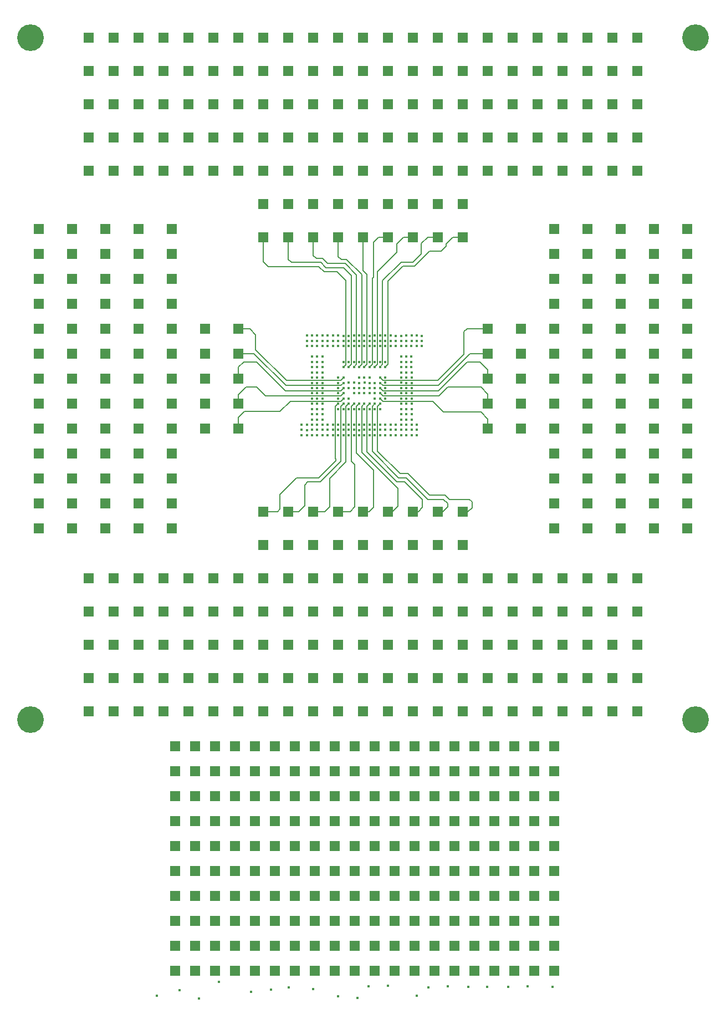
<source format=gbr>
G04 (created by PCBNEW (2012-oct-18)-testing) date Mon 18 Feb 2013 10:37:03 UTC*
%MOIN*%
G04 Gerber Fmt 3.4, Leading zero omitted, Abs format*
%FSLAX34Y34*%
G01*
G70*
G90*
G04 APERTURE LIST*
%ADD10C,0.006*%
%ADD11R,0.06X0.06*%
%ADD12C,0.16*%
%ADD13C,0.0145*%
%ADD14C,0.008*%
G04 APERTURE END LIST*
G54D10*
G54D11*
X109500Y-45200D03*
X109500Y-37700D03*
X109500Y-39200D03*
X109500Y-42200D03*
X109500Y-43700D03*
X109500Y-46700D03*
X107500Y-37700D03*
X107500Y-39200D03*
X107500Y-42200D03*
X107500Y-43700D03*
X107500Y-45200D03*
X107500Y-46700D03*
X101500Y-49700D03*
X101500Y-37700D03*
X101500Y-39200D03*
X101500Y-42200D03*
X101500Y-43700D03*
X101500Y-45200D03*
X101500Y-46700D03*
X137500Y-66700D03*
X137500Y-64700D03*
X137500Y-62700D03*
X137500Y-60700D03*
X137500Y-58700D03*
X136000Y-66700D03*
X136000Y-64700D03*
X136000Y-62700D03*
X136000Y-60700D03*
X105500Y-37700D03*
X105500Y-39200D03*
X105500Y-42200D03*
X105500Y-43700D03*
X105500Y-45200D03*
X105500Y-46700D03*
X103500Y-37700D03*
X103500Y-39200D03*
X103500Y-42200D03*
X103500Y-43700D03*
X103500Y-45200D03*
X103500Y-46700D03*
X136000Y-58700D03*
X115000Y-34200D03*
X122500Y-30200D03*
X121000Y-34200D03*
X121000Y-32200D03*
X121000Y-30200D03*
X119500Y-34200D03*
X119500Y-32200D03*
X119500Y-30200D03*
X118000Y-34200D03*
X118000Y-32200D03*
X118000Y-30200D03*
X116500Y-34200D03*
X116500Y-32200D03*
X116500Y-30200D03*
X122500Y-32200D03*
X115000Y-32200D03*
X115000Y-30200D03*
X113500Y-34200D03*
X113500Y-32200D03*
X113500Y-30200D03*
X112000Y-34200D03*
X112000Y-32200D03*
X112000Y-30200D03*
X110500Y-34200D03*
X110500Y-32200D03*
X110500Y-30200D03*
X109000Y-34200D03*
X109000Y-32200D03*
X128500Y-34200D03*
X136000Y-30200D03*
X134500Y-34200D03*
X134500Y-32200D03*
X134500Y-30200D03*
X133000Y-34200D03*
X133000Y-32200D03*
X133000Y-30200D03*
X131500Y-34200D03*
X131500Y-32200D03*
X131500Y-30200D03*
X130000Y-34200D03*
X130000Y-32200D03*
X130000Y-30200D03*
X109000Y-30200D03*
X128500Y-32200D03*
X128500Y-30200D03*
X127000Y-34200D03*
X127000Y-32200D03*
X127000Y-30200D03*
X125500Y-34200D03*
X125500Y-32200D03*
X125500Y-30200D03*
X124000Y-34200D03*
X124000Y-32200D03*
X124000Y-30200D03*
X122500Y-34200D03*
X125500Y-26200D03*
X110500Y-28200D03*
X109000Y-28200D03*
X107500Y-28200D03*
X106000Y-28200D03*
X104500Y-28200D03*
X137500Y-26200D03*
X136000Y-26200D03*
X134500Y-26200D03*
X133000Y-26200D03*
X131500Y-26200D03*
X130000Y-26200D03*
X127000Y-26200D03*
X128500Y-26200D03*
X112000Y-28200D03*
X124000Y-26200D03*
X122500Y-26200D03*
X121000Y-26200D03*
X119500Y-26200D03*
X116500Y-26200D03*
X118000Y-26200D03*
X115000Y-26200D03*
X113500Y-26200D03*
X112000Y-26200D03*
X110500Y-26200D03*
X109000Y-26200D03*
X106000Y-26200D03*
X107500Y-26200D03*
X131500Y-28200D03*
X107500Y-34200D03*
X107500Y-32200D03*
X107500Y-30200D03*
X106000Y-34200D03*
X106000Y-32200D03*
X106000Y-30200D03*
X104500Y-34200D03*
X104500Y-32200D03*
X104500Y-30200D03*
X137500Y-28200D03*
X136000Y-28200D03*
X134500Y-28200D03*
X133000Y-28200D03*
X136000Y-32200D03*
X130000Y-28200D03*
X128500Y-28200D03*
X127000Y-28200D03*
X125500Y-28200D03*
X124000Y-28200D03*
X122500Y-28200D03*
X121000Y-28200D03*
X119500Y-28200D03*
X118000Y-28200D03*
X116500Y-28200D03*
X115000Y-28200D03*
X113500Y-28200D03*
X122500Y-66700D03*
X127000Y-62700D03*
X127000Y-60700D03*
X127000Y-58700D03*
X125500Y-66700D03*
X125500Y-64700D03*
X125500Y-62700D03*
X125500Y-60700D03*
X125500Y-58700D03*
X124000Y-66700D03*
X124000Y-64700D03*
X124000Y-62700D03*
X124000Y-60700D03*
X124000Y-58700D03*
X127000Y-64700D03*
X122500Y-64700D03*
X122500Y-62700D03*
X122500Y-60700D03*
X122500Y-58700D03*
X121000Y-66700D03*
X121000Y-64700D03*
X121000Y-62700D03*
X121000Y-60700D03*
X121000Y-58700D03*
X119500Y-66700D03*
X119500Y-64700D03*
X119500Y-62700D03*
X119500Y-60700D03*
X131500Y-60700D03*
X134500Y-66700D03*
X134500Y-64700D03*
X134500Y-62700D03*
X134500Y-60700D03*
X134500Y-58700D03*
X133000Y-66700D03*
X133000Y-64700D03*
X133000Y-62700D03*
X133000Y-60700D03*
X133000Y-58700D03*
X131500Y-66700D03*
X131500Y-64700D03*
X131500Y-62700D03*
X119500Y-58700D03*
X131500Y-58700D03*
X130000Y-66700D03*
X130000Y-64700D03*
X130000Y-62700D03*
X130000Y-60700D03*
X130000Y-58700D03*
X128500Y-66700D03*
X128500Y-64700D03*
X128500Y-62700D03*
X128500Y-60700D03*
X128500Y-58700D03*
X127000Y-66700D03*
X106000Y-66700D03*
X110500Y-62700D03*
X110500Y-60700D03*
X110500Y-58700D03*
X109000Y-66700D03*
X109000Y-64700D03*
X109000Y-62700D03*
X109000Y-60700D03*
X109000Y-58700D03*
X107500Y-66700D03*
X107500Y-64700D03*
X107500Y-62700D03*
X107500Y-60700D03*
X107500Y-58700D03*
X110500Y-64700D03*
X106000Y-64700D03*
X106000Y-62700D03*
X106000Y-60700D03*
X106000Y-58700D03*
X104500Y-66700D03*
X104500Y-64700D03*
X104500Y-62700D03*
X104500Y-60700D03*
X104500Y-58700D03*
X137500Y-34200D03*
X137500Y-32200D03*
X137500Y-30200D03*
X136000Y-34200D03*
X115000Y-60700D03*
X118000Y-66700D03*
X118000Y-64700D03*
X118000Y-62700D03*
X118000Y-60700D03*
X118000Y-58700D03*
X116500Y-66700D03*
X116500Y-64700D03*
X116500Y-62700D03*
X116500Y-60700D03*
X116500Y-58700D03*
X115000Y-66700D03*
X115000Y-64700D03*
X115000Y-62700D03*
X104500Y-26200D03*
X115000Y-58700D03*
X113500Y-66700D03*
X113500Y-64700D03*
X113500Y-62700D03*
X113500Y-60700D03*
X113500Y-58700D03*
X112000Y-66700D03*
X112000Y-64700D03*
X112000Y-62700D03*
X112000Y-60700D03*
X112000Y-58700D03*
X110500Y-66700D03*
X134500Y-51200D03*
X132500Y-45200D03*
X132500Y-43700D03*
X132500Y-42200D03*
X132500Y-40700D03*
X132500Y-39200D03*
X132500Y-37700D03*
X134500Y-55700D03*
X136500Y-54200D03*
X134500Y-52700D03*
X132500Y-46700D03*
X134500Y-49700D03*
X134500Y-48200D03*
X134500Y-46700D03*
X134500Y-45200D03*
X134500Y-43700D03*
X134500Y-42200D03*
X134500Y-40700D03*
X134500Y-39200D03*
X134500Y-37700D03*
X127000Y-38200D03*
X125500Y-38200D03*
X125500Y-36200D03*
X127000Y-56700D03*
X127000Y-54700D03*
X130500Y-49700D03*
X130500Y-48200D03*
X130500Y-46700D03*
X130500Y-45200D03*
X130500Y-43700D03*
X136500Y-55700D03*
X127000Y-36200D03*
X132500Y-54200D03*
X132500Y-55700D03*
X134500Y-54200D03*
X132500Y-52700D03*
X132500Y-51200D03*
X132500Y-49700D03*
X132500Y-48200D03*
X140500Y-51200D03*
X138500Y-45200D03*
X138500Y-43700D03*
X138500Y-42200D03*
X138500Y-40700D03*
X138500Y-39200D03*
X138500Y-37700D03*
X140500Y-55700D03*
X101500Y-54200D03*
X140500Y-52700D03*
X138500Y-46700D03*
X140500Y-49700D03*
X140500Y-48200D03*
X140500Y-46700D03*
X140500Y-45200D03*
X140500Y-43700D03*
X140500Y-42200D03*
X140500Y-40700D03*
X140500Y-39200D03*
X140500Y-37700D03*
X136500Y-40700D03*
X138500Y-54200D03*
X136500Y-52700D03*
X136500Y-51200D03*
X136500Y-49700D03*
X136500Y-48200D03*
X136500Y-46700D03*
X136500Y-45200D03*
X136500Y-43700D03*
X136500Y-42200D03*
X128500Y-43700D03*
X136500Y-39200D03*
X136500Y-37700D03*
X138500Y-55700D03*
X140500Y-54200D03*
X138500Y-52700D03*
X138500Y-51200D03*
X138500Y-49700D03*
X138500Y-48200D03*
X109500Y-51200D03*
X107500Y-55700D03*
X109500Y-54200D03*
X107500Y-52700D03*
X107500Y-51200D03*
X107500Y-49700D03*
X107500Y-48200D03*
X107500Y-40700D03*
X109500Y-55700D03*
X109500Y-52700D03*
X105500Y-40700D03*
X109500Y-49700D03*
X109500Y-48200D03*
X109500Y-40700D03*
X115000Y-56700D03*
X115000Y-54700D03*
X111500Y-49700D03*
X111500Y-48200D03*
X111500Y-46700D03*
X111500Y-45200D03*
X103500Y-49700D03*
X103500Y-54200D03*
X101500Y-52700D03*
X101500Y-51200D03*
X101500Y-48200D03*
X101500Y-40700D03*
X103500Y-55700D03*
X105500Y-54200D03*
X103500Y-52700D03*
X103500Y-51200D03*
X111500Y-43700D03*
X103500Y-48200D03*
X103500Y-40700D03*
X105500Y-55700D03*
X107500Y-54200D03*
X105500Y-52700D03*
X105500Y-51200D03*
X105500Y-49700D03*
X105500Y-48200D03*
X124000Y-54700D03*
X121000Y-56700D03*
X121000Y-54700D03*
X121000Y-38200D03*
X121000Y-36200D03*
X122500Y-56700D03*
X122500Y-54700D03*
X122500Y-38200D03*
X122500Y-36200D03*
X124000Y-56700D03*
X119500Y-36200D03*
X124000Y-38200D03*
X124000Y-36200D03*
X125500Y-56700D03*
X125500Y-54700D03*
X128500Y-49700D03*
X128500Y-48200D03*
X128500Y-46700D03*
X128500Y-45200D03*
X116500Y-38200D03*
X115000Y-38200D03*
X115000Y-36200D03*
X116500Y-56700D03*
X116500Y-54700D03*
X113500Y-49700D03*
X113500Y-48200D03*
X113500Y-46700D03*
X113500Y-45200D03*
X113500Y-43700D03*
X101500Y-55700D03*
X116500Y-36200D03*
X118000Y-56700D03*
X118000Y-54700D03*
X118000Y-38200D03*
X118000Y-36200D03*
X119500Y-56700D03*
X119500Y-54700D03*
X119500Y-38200D03*
G54D12*
X101000Y-26200D03*
X141000Y-26200D03*
X101000Y-67200D03*
X141000Y-67200D03*
G54D11*
X125300Y-82300D03*
X124100Y-79300D03*
X124100Y-77800D03*
X124100Y-82300D03*
X124100Y-80800D03*
X125300Y-70300D03*
X125300Y-68800D03*
X125300Y-73300D03*
X125300Y-71800D03*
X125300Y-76300D03*
X125300Y-74800D03*
X125300Y-79300D03*
X125300Y-77800D03*
X124100Y-74800D03*
X125300Y-80800D03*
X126500Y-70300D03*
X126500Y-68800D03*
X126500Y-73300D03*
X126500Y-71800D03*
X126500Y-76300D03*
X126500Y-74800D03*
X126500Y-79300D03*
X126500Y-77800D03*
X126500Y-82300D03*
X126500Y-80800D03*
X122900Y-71800D03*
X121700Y-68800D03*
X121700Y-73300D03*
X121700Y-71800D03*
X121700Y-76300D03*
X121700Y-74800D03*
X121700Y-79300D03*
X121700Y-77800D03*
X121700Y-82300D03*
X121700Y-80800D03*
X122900Y-70300D03*
X122900Y-68800D03*
X122900Y-73300D03*
X127700Y-70300D03*
X122900Y-76300D03*
X122900Y-74800D03*
X122900Y-79300D03*
X122900Y-77800D03*
X122900Y-82300D03*
X122900Y-80800D03*
X124100Y-70300D03*
X124100Y-68800D03*
X124100Y-73300D03*
X124100Y-71800D03*
X124100Y-76300D03*
X131300Y-82300D03*
X130100Y-79300D03*
X130100Y-77800D03*
X130100Y-82300D03*
X130100Y-80800D03*
X131300Y-70300D03*
X131300Y-68800D03*
X131300Y-73300D03*
X131300Y-71800D03*
X131300Y-76300D03*
X131300Y-74800D03*
X131300Y-79300D03*
X131300Y-77800D03*
X130100Y-74800D03*
X131300Y-80800D03*
X132500Y-70300D03*
X132500Y-68800D03*
X132500Y-73300D03*
X132500Y-71800D03*
X132500Y-76300D03*
X132500Y-74800D03*
X132500Y-79300D03*
X132500Y-77800D03*
X132500Y-82300D03*
X132500Y-80800D03*
X128900Y-71800D03*
X127700Y-68800D03*
X127700Y-73300D03*
X127700Y-71800D03*
X127700Y-76300D03*
X127700Y-74800D03*
X127700Y-79300D03*
X127700Y-77800D03*
X127700Y-82300D03*
X127700Y-80800D03*
X128900Y-70300D03*
X128900Y-68800D03*
X128900Y-73300D03*
X121700Y-70300D03*
X128900Y-76300D03*
X128900Y-74800D03*
X128900Y-79300D03*
X128900Y-77800D03*
X128900Y-82300D03*
X128900Y-80800D03*
X130100Y-70300D03*
X130100Y-68800D03*
X130100Y-73300D03*
X130100Y-71800D03*
X130100Y-76300D03*
X113300Y-82300D03*
X112100Y-79300D03*
X112100Y-77800D03*
X112100Y-82300D03*
X112100Y-80800D03*
X113300Y-70300D03*
X113300Y-68800D03*
X113300Y-73300D03*
X113300Y-71800D03*
X113300Y-76300D03*
X113300Y-74800D03*
X113300Y-79300D03*
X113300Y-77800D03*
X112100Y-74800D03*
X113300Y-80800D03*
X114500Y-70300D03*
X114500Y-68800D03*
X114500Y-73300D03*
X114500Y-71800D03*
X114500Y-76300D03*
X114500Y-74800D03*
X114500Y-79300D03*
X114500Y-77800D03*
X114500Y-82300D03*
X114500Y-80800D03*
X110900Y-71800D03*
X109700Y-68800D03*
X109700Y-73300D03*
X109700Y-71800D03*
X109700Y-76300D03*
X109700Y-74800D03*
X109700Y-79300D03*
X109700Y-77800D03*
X109700Y-82300D03*
X109700Y-80800D03*
X110900Y-70300D03*
X110900Y-68800D03*
X110900Y-73300D03*
X115700Y-70300D03*
X110900Y-76300D03*
X110900Y-74800D03*
X110900Y-79300D03*
X110900Y-77800D03*
X110900Y-82300D03*
X110900Y-80800D03*
X112100Y-70300D03*
X112100Y-68800D03*
X112100Y-73300D03*
X112100Y-71800D03*
X112100Y-76300D03*
X119300Y-82300D03*
X118100Y-79300D03*
X118100Y-77800D03*
X118100Y-82300D03*
X118100Y-80800D03*
X119300Y-70300D03*
X119300Y-68800D03*
X119300Y-73300D03*
X119300Y-71800D03*
X119300Y-76300D03*
X119300Y-74800D03*
X119300Y-79300D03*
X119300Y-77800D03*
X118100Y-74800D03*
X119300Y-80800D03*
X120500Y-70300D03*
X120500Y-68800D03*
X120500Y-73300D03*
X120500Y-71800D03*
X120500Y-76300D03*
X120500Y-74800D03*
X120500Y-79300D03*
X120500Y-77800D03*
X120500Y-82300D03*
X120500Y-80800D03*
X116900Y-71800D03*
X115700Y-68800D03*
X115700Y-73300D03*
X115700Y-71800D03*
X115700Y-76300D03*
X115700Y-74800D03*
X115700Y-79300D03*
X115700Y-77800D03*
X115700Y-82300D03*
X115700Y-80800D03*
X116900Y-70300D03*
X116900Y-68800D03*
X116900Y-73300D03*
X109700Y-70300D03*
X116900Y-76300D03*
X116900Y-74800D03*
X116900Y-79300D03*
X116900Y-77800D03*
X116900Y-82300D03*
X116900Y-80800D03*
X118100Y-70300D03*
X118100Y-68800D03*
X118100Y-73300D03*
X118100Y-71800D03*
X118100Y-76300D03*
G54D13*
X117925Y-48845D03*
X117925Y-49160D03*
X118240Y-49165D03*
X118555Y-48850D03*
X118240Y-48850D03*
X123280Y-49162D03*
X123596Y-49164D03*
X123910Y-49164D03*
X118555Y-47590D03*
X118555Y-47905D03*
X118240Y-47905D03*
X117925Y-47905D03*
X118240Y-47590D03*
X117925Y-47590D03*
X118240Y-48220D03*
X117925Y-48530D03*
X118240Y-48530D03*
X118555Y-48530D03*
X118555Y-48220D03*
X117925Y-48220D03*
X123280Y-47590D03*
X123596Y-47588D03*
X123910Y-47588D03*
X123910Y-46960D03*
X123596Y-46960D03*
X123280Y-46958D03*
X123910Y-47904D03*
X123280Y-47274D03*
X123596Y-47274D03*
X123910Y-47272D03*
X123910Y-48532D03*
X123596Y-48532D03*
X123280Y-48532D03*
X123282Y-48848D03*
X123596Y-48848D03*
X123910Y-48848D03*
X123596Y-48218D03*
X123596Y-47904D03*
X123280Y-47906D03*
X123280Y-48218D03*
X123910Y-48218D03*
X123280Y-49480D03*
X123595Y-49790D03*
X123595Y-50105D03*
X123280Y-49790D03*
X123280Y-50105D03*
X124225Y-49790D03*
X123910Y-49480D03*
X123910Y-49790D03*
X123910Y-50105D03*
X124225Y-50105D03*
X123595Y-49480D03*
X122335Y-49480D03*
X122340Y-49790D03*
X122335Y-50105D03*
X122020Y-50105D03*
X122965Y-49480D03*
X122965Y-50105D03*
X122965Y-49790D03*
X122650Y-49480D03*
X122650Y-49790D03*
X122650Y-50105D03*
X118240Y-46645D03*
X117925Y-46645D03*
X118555Y-46645D03*
X118555Y-46330D03*
X118240Y-46330D03*
X117925Y-46330D03*
X118555Y-47275D03*
X118240Y-47275D03*
X117925Y-47275D03*
X118555Y-46960D03*
X118240Y-46960D03*
X117925Y-46960D03*
X118240Y-45385D03*
X117925Y-45700D03*
X118556Y-45385D03*
X117925Y-45385D03*
X124220Y-49475D03*
X117925Y-46015D03*
X118555Y-46015D03*
X118240Y-46015D03*
X118555Y-45700D03*
X118240Y-45700D03*
X119500Y-47905D03*
X122336Y-46958D03*
X122020Y-46644D03*
X122334Y-46644D03*
X119815Y-47905D03*
X119815Y-47590D03*
X119500Y-47590D03*
X119815Y-47275D03*
X119500Y-47275D03*
X118242Y-44754D03*
X122338Y-47904D03*
X122022Y-47904D03*
X122336Y-47590D03*
X122022Y-47588D03*
X122022Y-47274D03*
X122338Y-47274D03*
X122022Y-46960D03*
X120760Y-48220D03*
X121390Y-48220D03*
X121390Y-48535D03*
X121075Y-48535D03*
X121075Y-48215D03*
X121705Y-48535D03*
X120760Y-48535D03*
X120445Y-48220D03*
X120445Y-48530D03*
X119815Y-46960D03*
X119500Y-46960D03*
X119815Y-46645D03*
X119500Y-46645D03*
X122020Y-48220D03*
X122020Y-48535D03*
X121705Y-48215D03*
X124210Y-83820D03*
X122500Y-83220D03*
X121340Y-83250D03*
X120670Y-83930D03*
X119490Y-83850D03*
X129720Y-83290D03*
X128460Y-83260D03*
X127320Y-83280D03*
X126090Y-83250D03*
X124910Y-83300D03*
X111130Y-83970D03*
X109950Y-83490D03*
X108600Y-83800D03*
X117980Y-83410D03*
X116530Y-83300D03*
X120135Y-48220D03*
X115460Y-83450D03*
X114250Y-83570D03*
X112320Y-82970D03*
X123280Y-45384D03*
X123594Y-45384D03*
X123908Y-45384D03*
X123908Y-45700D03*
X123594Y-45700D03*
X123596Y-46644D03*
X123910Y-46330D03*
X123280Y-46646D03*
X123910Y-46644D03*
X123280Y-45700D03*
X123278Y-46014D03*
X123594Y-46014D03*
X123908Y-46014D03*
X123278Y-46330D03*
X123594Y-46328D03*
X122018Y-46016D03*
X122020Y-45700D03*
X121702Y-46014D03*
X121704Y-45700D03*
X121388Y-46014D03*
X121390Y-45700D03*
X121074Y-46014D03*
X121074Y-45700D03*
X120760Y-46014D03*
X119500Y-48215D03*
X120130Y-48535D03*
X119815Y-48215D03*
X119815Y-48535D03*
X119500Y-48535D03*
X122334Y-46016D03*
X122336Y-45698D03*
X120130Y-46016D03*
X120760Y-45700D03*
X120444Y-46014D03*
X120444Y-45700D03*
X120130Y-45700D03*
X119816Y-46016D03*
X119816Y-45700D03*
X121705Y-47903D03*
X120130Y-47903D03*
X118555Y-49165D03*
X121390Y-46644D03*
X121706Y-47588D03*
X121390Y-47590D03*
X121076Y-47588D03*
X120760Y-47588D03*
X120446Y-47588D03*
X121706Y-47274D03*
X121390Y-47274D03*
X121076Y-47274D03*
X120762Y-47274D03*
X120448Y-47274D03*
X120132Y-47274D03*
X121706Y-46960D03*
X121390Y-46960D03*
X121078Y-46958D03*
X120762Y-46960D03*
X120132Y-46958D03*
X120446Y-46958D03*
X121076Y-46644D03*
X120760Y-46644D03*
X118555Y-44125D03*
X118555Y-44440D03*
X118556Y-44754D03*
X118870Y-44125D03*
X117925Y-44125D03*
X117925Y-44440D03*
X117926Y-44754D03*
X118240Y-44125D03*
X118240Y-44440D03*
X119816Y-44754D03*
X119816Y-44440D03*
X119816Y-44126D03*
X119500Y-44754D03*
X119500Y-44440D03*
X119500Y-44124D03*
X120130Y-44754D03*
X120444Y-44754D03*
X120446Y-44440D03*
X120446Y-44124D03*
X120130Y-44440D03*
X120130Y-44126D03*
X117610Y-44125D03*
X117610Y-44440D03*
X117612Y-44754D03*
X119186Y-44124D03*
X119186Y-44754D03*
X119186Y-44438D03*
X118870Y-44754D03*
X118870Y-44440D03*
X118870Y-50105D03*
X119185Y-50105D03*
X118870Y-49790D03*
X118870Y-49480D03*
X118555Y-49480D03*
X119500Y-49790D03*
X119500Y-50105D03*
X118555Y-49790D03*
X119500Y-49480D03*
X119185Y-49480D03*
X119185Y-49790D03*
X117925Y-49790D03*
X117925Y-50105D03*
X117610Y-50105D03*
X117925Y-49480D03*
X117295Y-49790D03*
X118555Y-50105D03*
X118240Y-50105D03*
X118240Y-49790D03*
X118240Y-49480D03*
X121390Y-49790D03*
X121390Y-50105D03*
X121075Y-50105D03*
X121075Y-49790D03*
X121075Y-49480D03*
X121705Y-50105D03*
X122020Y-49790D03*
X122020Y-49480D03*
X121705Y-49790D03*
X121705Y-49480D03*
X121390Y-49480D03*
X120130Y-49475D03*
X120130Y-49790D03*
X120130Y-50105D03*
X119820Y-49480D03*
X119815Y-49790D03*
X119820Y-50105D03*
X120445Y-49480D03*
X120760Y-50105D03*
X120760Y-49795D03*
X120760Y-49480D03*
X117610Y-49795D03*
X120445Y-49790D03*
X120445Y-50105D03*
X122020Y-44440D03*
X122020Y-44124D03*
X122020Y-44754D03*
X121706Y-44754D03*
X121704Y-44440D03*
X121706Y-44124D03*
X122650Y-44754D03*
X122650Y-44124D03*
X122650Y-44440D03*
X122336Y-44754D03*
X122336Y-44440D03*
X122336Y-44124D03*
X120760Y-44440D03*
X121076Y-44440D03*
X121076Y-44124D03*
X120760Y-44754D03*
X120760Y-44124D03*
X121390Y-44126D03*
X121390Y-44440D03*
X121390Y-44754D03*
X121076Y-44754D03*
X124224Y-44124D03*
X124224Y-44440D03*
X124224Y-44756D03*
X123908Y-44754D03*
X123910Y-44440D03*
X117610Y-49480D03*
X117295Y-49480D03*
X117295Y-50105D03*
X124542Y-44754D03*
X124538Y-44440D03*
X124538Y-44126D03*
X122966Y-44756D03*
X123280Y-44440D03*
X123280Y-44126D03*
X122964Y-44440D03*
X122964Y-44126D03*
X123910Y-44124D03*
X123594Y-44124D03*
X123594Y-44440D03*
X123594Y-44754D03*
X123280Y-44754D03*
X130890Y-83250D03*
X132400Y-83260D03*
G54D14*
X122178Y-46802D02*
X122020Y-46644D01*
X125486Y-46802D02*
X122178Y-46802D01*
X127056Y-45232D02*
X125486Y-46802D01*
X127056Y-43892D02*
X127056Y-45232D01*
X127248Y-43700D02*
X127056Y-43892D01*
X128500Y-43700D02*
X127248Y-43700D01*
X113500Y-49700D02*
X113500Y-49035D01*
X113500Y-49035D02*
X113845Y-48690D01*
X113845Y-48690D02*
X116005Y-48690D01*
X116005Y-48690D02*
X116630Y-48065D01*
X116630Y-48065D02*
X119315Y-48065D01*
X119315Y-48065D02*
X119320Y-48060D01*
X119320Y-48060D02*
X119660Y-48060D01*
X119660Y-48060D02*
X119815Y-47905D01*
X119660Y-47745D02*
X119815Y-47590D01*
X115135Y-47745D02*
X119660Y-47745D01*
X114595Y-47205D02*
X115135Y-47745D01*
X113965Y-47205D02*
X114595Y-47205D01*
X113500Y-47670D02*
X113965Y-47205D01*
X113500Y-48200D02*
X113500Y-47670D01*
X113500Y-46700D02*
X113500Y-46020D01*
X119660Y-47430D02*
X119815Y-47275D01*
X116330Y-47430D02*
X119660Y-47430D01*
X114600Y-45700D02*
X116330Y-47430D01*
X113820Y-45700D02*
X114600Y-45700D01*
X113500Y-46020D02*
X113820Y-45700D01*
X128500Y-49700D02*
X128500Y-49128D01*
X128500Y-49128D02*
X128086Y-48714D01*
X128086Y-48714D02*
X125838Y-48714D01*
X125838Y-48714D02*
X125186Y-48062D01*
X125186Y-48062D02*
X122180Y-48062D01*
X122180Y-48062D02*
X122022Y-47904D01*
X122182Y-47748D02*
X122022Y-47588D01*
X125558Y-47748D02*
X122182Y-47748D01*
X126090Y-47216D02*
X125558Y-47748D01*
X128082Y-47216D02*
X126090Y-47216D01*
X128500Y-47634D02*
X128082Y-47216D01*
X128500Y-48200D02*
X128500Y-47634D01*
X128500Y-46700D02*
X128500Y-46172D01*
X122180Y-47432D02*
X122022Y-47274D01*
X125536Y-47432D02*
X122180Y-47432D01*
X127258Y-45710D02*
X125536Y-47432D01*
X128038Y-45710D02*
X127258Y-45710D01*
X128500Y-46172D02*
X128038Y-45710D01*
X128500Y-45200D02*
X127426Y-45200D01*
X127426Y-45200D02*
X125510Y-47116D01*
X125510Y-47116D02*
X122178Y-47116D01*
X122178Y-47116D02*
X122022Y-46960D01*
X120605Y-50966D02*
X120605Y-51165D01*
X120605Y-51165D02*
X121640Y-52200D01*
X120605Y-48375D02*
X120760Y-48220D01*
X120605Y-50966D02*
X120605Y-48375D01*
X121640Y-52200D02*
X121640Y-54434D01*
X121640Y-54434D02*
X121428Y-54646D01*
X121428Y-54646D02*
X121428Y-54647D01*
X121000Y-54700D02*
X121375Y-54700D01*
X121375Y-54700D02*
X121428Y-54647D01*
X121230Y-48380D02*
X121390Y-48220D01*
X121230Y-51110D02*
X121230Y-48380D01*
X123025Y-52905D02*
X121230Y-51110D01*
X123495Y-52905D02*
X123025Y-52905D01*
X124570Y-53980D02*
X123495Y-52905D01*
X124570Y-54450D02*
X124570Y-53980D01*
X124320Y-54700D02*
X124570Y-54450D01*
X124000Y-54700D02*
X124320Y-54700D01*
X120915Y-48375D02*
X121075Y-48215D01*
X120915Y-51135D02*
X120915Y-48375D01*
X123085Y-53305D02*
X120915Y-51135D01*
X123085Y-54360D02*
X123085Y-53305D01*
X122500Y-54700D02*
X122745Y-54700D01*
X122745Y-54700D02*
X123085Y-54360D01*
X120290Y-51314D02*
X120290Y-51674D01*
X120290Y-51674D02*
X120500Y-51884D01*
X120290Y-48375D02*
X120445Y-48220D01*
X120290Y-51314D02*
X120290Y-48375D01*
X120500Y-51884D02*
X120500Y-52564D01*
X119500Y-54700D02*
X120225Y-54700D01*
X120500Y-54425D02*
X120500Y-52564D01*
X120225Y-54700D02*
X120500Y-54425D01*
X113500Y-45200D02*
X114440Y-45200D01*
X114440Y-45200D02*
X116355Y-47115D01*
X116355Y-47115D02*
X119660Y-47115D01*
X119660Y-47115D02*
X119815Y-46960D01*
X113500Y-43700D02*
X114180Y-43700D01*
X114180Y-43700D02*
X114540Y-44060D01*
X114540Y-44060D02*
X114540Y-44965D01*
X114540Y-44965D02*
X116380Y-46805D01*
X116380Y-46805D02*
X119655Y-46805D01*
X119655Y-46805D02*
X119815Y-46645D01*
X121860Y-48380D02*
X122020Y-48220D01*
X121860Y-51065D02*
X121860Y-48380D01*
X123220Y-52425D02*
X121860Y-51065D01*
X123705Y-52425D02*
X123220Y-52425D01*
X125000Y-53720D02*
X123705Y-52425D01*
X125935Y-53720D02*
X125000Y-53720D01*
X126180Y-53965D02*
X125935Y-53720D01*
X127400Y-53965D02*
X126180Y-53965D01*
X127545Y-54110D02*
X127400Y-53965D01*
X127545Y-54460D02*
X127545Y-54110D01*
X127305Y-54700D02*
X127545Y-54460D01*
X127000Y-54700D02*
X127305Y-54700D01*
X121545Y-48375D02*
X121705Y-48215D01*
X121545Y-51090D02*
X121545Y-48375D01*
X123120Y-52665D02*
X121545Y-51090D01*
X123595Y-52665D02*
X123120Y-52665D01*
X124890Y-53960D02*
X123595Y-52665D01*
X125835Y-53960D02*
X124890Y-53960D01*
X126085Y-54210D02*
X125835Y-53960D01*
X126085Y-54405D02*
X126085Y-54210D01*
X125500Y-54700D02*
X125790Y-54700D01*
X125790Y-54700D02*
X126085Y-54405D01*
X119975Y-48380D02*
X120135Y-48220D01*
X119975Y-51705D02*
X119975Y-48380D01*
X118980Y-52700D02*
X119975Y-51705D01*
X118980Y-54405D02*
X118980Y-52700D01*
X118685Y-54700D02*
X118980Y-54405D01*
X118000Y-54700D02*
X118685Y-54700D01*
X125500Y-38200D02*
X124882Y-38200D01*
X124882Y-38200D02*
X124490Y-38592D01*
X124490Y-38592D02*
X124490Y-39204D01*
X124490Y-39204D02*
X123994Y-39700D01*
X123994Y-39700D02*
X123300Y-39700D01*
X123300Y-39700D02*
X122176Y-40824D01*
X122176Y-40824D02*
X122176Y-45858D01*
X122176Y-45858D02*
X122018Y-46016D01*
X124000Y-38200D02*
X123428Y-38200D01*
X123428Y-38200D02*
X123020Y-38608D01*
X123020Y-38608D02*
X123020Y-39114D01*
X123020Y-39114D02*
X121862Y-40272D01*
X121862Y-40272D02*
X121862Y-45854D01*
X121862Y-45854D02*
X121702Y-46014D01*
X122500Y-38200D02*
X121938Y-38200D01*
X121938Y-38200D02*
X121622Y-38516D01*
X121622Y-38516D02*
X121622Y-40600D01*
X121622Y-40600D02*
X121548Y-40674D01*
X121548Y-40674D02*
X121548Y-45854D01*
X121548Y-45854D02*
X121388Y-46014D01*
X121000Y-38200D02*
X121000Y-40200D01*
X121000Y-40200D02*
X121232Y-40432D01*
X121232Y-40432D02*
X121232Y-45856D01*
X121232Y-45856D02*
X121074Y-46014D01*
X119500Y-38200D02*
X119500Y-39370D01*
X119500Y-39370D02*
X119678Y-39548D01*
X119678Y-39548D02*
X120008Y-39548D01*
X120008Y-39548D02*
X120918Y-40458D01*
X120918Y-40458D02*
X120918Y-45856D01*
X120918Y-45856D02*
X120760Y-46014D01*
X118200Y-52670D02*
X118330Y-52670D01*
X119345Y-51520D02*
X119340Y-51520D01*
X119345Y-51655D02*
X119345Y-51520D01*
X118330Y-52670D02*
X119345Y-51655D01*
X119340Y-48375D02*
X119500Y-48215D01*
X119340Y-51520D02*
X119340Y-48375D01*
X115000Y-54700D02*
X115850Y-54700D01*
X116995Y-52670D02*
X118200Y-52670D01*
X116000Y-53665D02*
X116995Y-52670D01*
X116000Y-54550D02*
X116000Y-53665D01*
X115850Y-54700D02*
X116000Y-54550D01*
X119660Y-48370D02*
X119815Y-48215D01*
X119660Y-51680D02*
X119660Y-48370D01*
X118430Y-52910D02*
X119660Y-51680D01*
X117670Y-52910D02*
X118430Y-52910D01*
X117480Y-53100D02*
X117670Y-52910D01*
X117480Y-54355D02*
X117480Y-53100D01*
X117135Y-54700D02*
X117480Y-54355D01*
X116500Y-54700D02*
X117135Y-54700D01*
X127000Y-38200D02*
X126400Y-38200D01*
X126400Y-38200D02*
X126006Y-38594D01*
X126006Y-38594D02*
X126006Y-38726D01*
X126006Y-38726D02*
X125694Y-39038D01*
X125694Y-39038D02*
X124996Y-39038D01*
X124996Y-39038D02*
X124094Y-39940D01*
X124094Y-39940D02*
X123400Y-39940D01*
X123400Y-39940D02*
X122492Y-40848D01*
X122492Y-40848D02*
X122492Y-45858D01*
X122492Y-45858D02*
X122334Y-46016D01*
X116500Y-38200D02*
X116500Y-39528D01*
X116500Y-39528D02*
X116694Y-39722D01*
X116694Y-39722D02*
X118446Y-39722D01*
X118446Y-39722D02*
X118754Y-40030D01*
X118754Y-40030D02*
X119814Y-40030D01*
X119814Y-40030D02*
X120288Y-40504D01*
X120288Y-40504D02*
X120288Y-45858D01*
X120288Y-45858D02*
X120130Y-46016D01*
X118000Y-38200D02*
X118000Y-39302D01*
X118000Y-39302D02*
X118184Y-39486D01*
X118184Y-39486D02*
X118548Y-39486D01*
X118548Y-39486D02*
X118852Y-39790D01*
X118852Y-39790D02*
X119910Y-39790D01*
X119910Y-39790D02*
X120602Y-40482D01*
X120602Y-40482D02*
X120602Y-45856D01*
X120602Y-45856D02*
X120444Y-46014D01*
X115000Y-38200D02*
X115000Y-39660D01*
X115000Y-39660D02*
X115304Y-39964D01*
X115304Y-39964D02*
X118342Y-39964D01*
X118342Y-39964D02*
X118650Y-40272D01*
X118650Y-40272D02*
X119430Y-40272D01*
X119430Y-40272D02*
X119972Y-40814D01*
X119972Y-40814D02*
X119972Y-45860D01*
X119972Y-45860D02*
X119816Y-46016D01*
M02*

</source>
